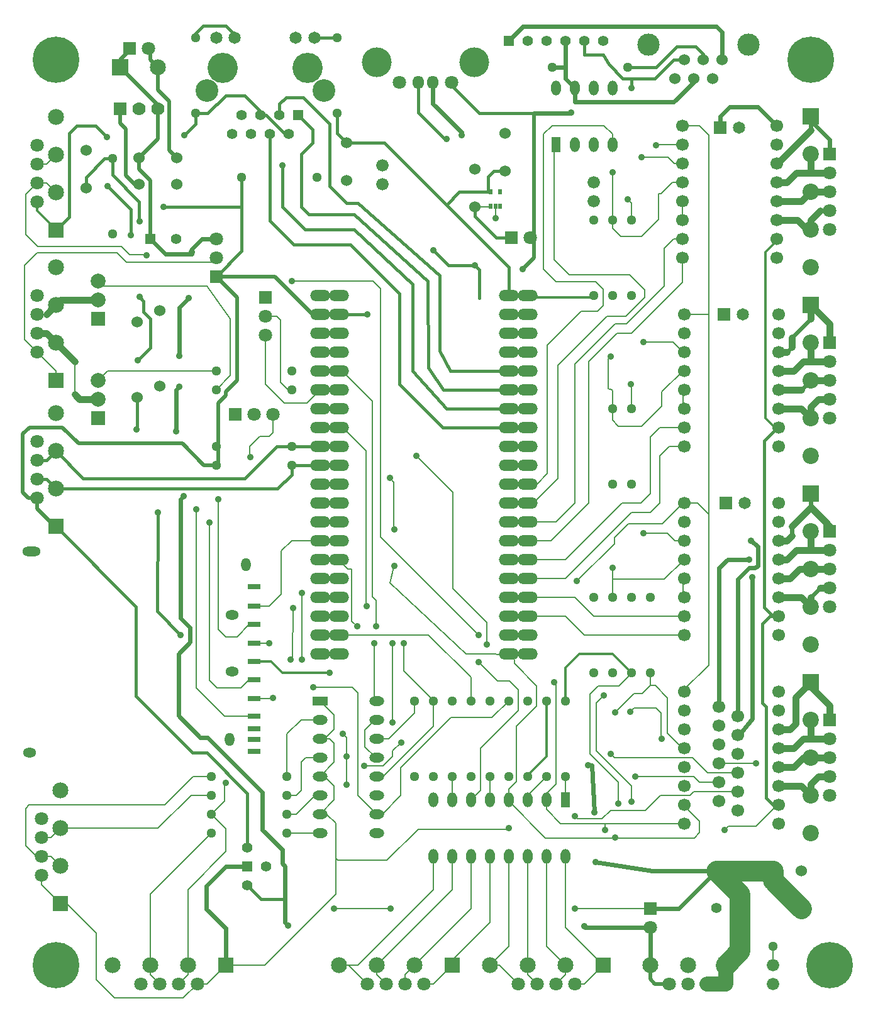
<source format=gtl>
G04 (created by PCBNEW-RS274X (2012-02-06 BZR 3180)-stable) date Fri 05 Oct 2012 08:43:45 AM CEST*
G01*
G70*
G90*
%MOIN*%
G04 Gerber Fmt 3.4, Leading zero omitted, Abs format*
%FSLAX34Y34*%
G04 APERTURE LIST*
%ADD10C,0.006000*%
%ADD11R,0.084600X0.084600*%
%ADD12C,0.084600*%
%ADD13C,0.070900*%
%ADD14R,0.051200X0.078700*%
%ADD15O,0.051200X0.078700*%
%ADD16C,0.246100*%
%ADD17C,0.051200*%
%ADD18C,0.070000*%
%ADD19R,0.070000X0.070000*%
%ADD20R,0.078700X0.051200*%
%ADD21O,0.078700X0.051200*%
%ADD22R,0.086600X0.086600*%
%ADD23R,0.070900X0.070900*%
%ADD24C,0.086600*%
%ADD25O,0.106300X0.059100*%
%ADD26C,0.160000*%
%ADD27R,0.055000X0.055000*%
%ADD28C,0.055000*%
%ADD29C,0.120000*%
%ADD30C,0.065000*%
%ADD31C,0.060000*%
%ADD32C,0.066000*%
%ADD33C,0.078700*%
%ADD34R,0.074800X0.074800*%
%ADD35R,0.068900X0.027600*%
%ADD36O,0.050900X0.070400*%
%ADD37O,0.070400X0.050900*%
%ADD38O,0.097800X0.050900*%
%ADD39O,0.059100X0.070900*%
%ADD40C,0.157500*%
%ADD41C,0.066900*%
%ADD42C,0.118100*%
%ADD43R,0.019700X0.031500*%
%ADD44R,0.065000X0.065000*%
%ADD45C,0.035000*%
%ADD46C,0.015700*%
%ADD47C,0.013800*%
%ADD48C,0.008000*%
%ADD49C,0.019700*%
%ADD50C,0.023600*%
%ADD51C,0.035000*%
%ADD52C,0.079900*%
%ADD53C,0.109800*%
G04 APERTURE END LIST*
G54D10*
G54D11*
X49500Y-64000D03*
G54D12*
X47500Y-64000D03*
G54D13*
X48500Y-65000D03*
X47500Y-65000D03*
X46500Y-65000D03*
G54D12*
X45500Y-64000D03*
G54D14*
X40500Y-20500D03*
G54D15*
X41500Y-20500D03*
X42500Y-20500D03*
X43500Y-20500D03*
X43500Y-17500D03*
X42500Y-17500D03*
X41500Y-17500D03*
X40500Y-17500D03*
G54D16*
X14000Y-16000D03*
X54000Y-16000D03*
X14000Y-64000D03*
X55000Y-64000D03*
G54D17*
X26250Y-57000D03*
X22250Y-57000D03*
X41000Y-54000D03*
X41000Y-50000D03*
X40000Y-54000D03*
X40000Y-50000D03*
X23850Y-22250D03*
X27850Y-22250D03*
X26250Y-56000D03*
X22250Y-56000D03*
X37000Y-54000D03*
X37000Y-50000D03*
X45500Y-44500D03*
X45500Y-48500D03*
X35000Y-54000D03*
X35000Y-50000D03*
X33000Y-54000D03*
X33000Y-50000D03*
X42500Y-48500D03*
X42500Y-44500D03*
X34000Y-54000D03*
X34000Y-50000D03*
X38000Y-54000D03*
X38000Y-50000D03*
X26500Y-33500D03*
X22500Y-33500D03*
X43500Y-48500D03*
X43500Y-44500D03*
X26500Y-32500D03*
X22500Y-32500D03*
X44500Y-44500D03*
X44500Y-48500D03*
X43500Y-38500D03*
X43500Y-34500D03*
X17000Y-25250D03*
X17000Y-21250D03*
X44500Y-34500D03*
X44500Y-38500D03*
X36000Y-50000D03*
X36000Y-54000D03*
X43500Y-28500D03*
X43500Y-24500D03*
X26500Y-37500D03*
X22500Y-37500D03*
X26500Y-36500D03*
X22500Y-36500D03*
X44500Y-24500D03*
X44500Y-28500D03*
X52000Y-63000D03*
X52000Y-59000D03*
X42500Y-24500D03*
X42500Y-28500D03*
X21400Y-18850D03*
X21400Y-14850D03*
X28900Y-18850D03*
X28900Y-14850D03*
X44300Y-16400D03*
X40300Y-16400D03*
X39000Y-54000D03*
X39000Y-50000D03*
X26250Y-54000D03*
X22250Y-54000D03*
X26250Y-55000D03*
X22250Y-55000D03*
G54D18*
X19400Y-18600D03*
X18400Y-18600D03*
G54D19*
X17400Y-18600D03*
G54D11*
X14000Y-25050D03*
G54D12*
X14000Y-23050D03*
X14000Y-21050D03*
X14000Y-19050D03*
G54D13*
X13000Y-23550D03*
X13000Y-22550D03*
X13000Y-21550D03*
X13000Y-20550D03*
G54D14*
X41000Y-55250D03*
G54D15*
X40000Y-55250D03*
X39000Y-55250D03*
X38000Y-55250D03*
X37000Y-55250D03*
X36000Y-55250D03*
X35000Y-55250D03*
X34000Y-55250D03*
X34000Y-58250D03*
X35000Y-58250D03*
X36000Y-58250D03*
X37000Y-58250D03*
X38000Y-58250D03*
X39000Y-58250D03*
X40000Y-58250D03*
X41000Y-58250D03*
G54D20*
X28000Y-50000D03*
G54D21*
X28000Y-51000D03*
X28000Y-52000D03*
X28000Y-53000D03*
X28000Y-54000D03*
X28000Y-55000D03*
X28000Y-56000D03*
X28000Y-57000D03*
X31000Y-57000D03*
X31000Y-56000D03*
X31000Y-55000D03*
X31000Y-54000D03*
X31000Y-53000D03*
X31000Y-52000D03*
X31000Y-51000D03*
X31000Y-50000D03*
G54D22*
X17400Y-16400D03*
G54D12*
X19400Y-16400D03*
G54D23*
X17900Y-15400D03*
G54D13*
X18900Y-15400D03*
G54D11*
X14000Y-33000D03*
G54D12*
X14000Y-31000D03*
X14000Y-29000D03*
X14000Y-27000D03*
G54D13*
X13000Y-31500D03*
X13000Y-30500D03*
X13000Y-29500D03*
X13000Y-28500D03*
G54D11*
X14250Y-60750D03*
G54D12*
X14250Y-58750D03*
X14250Y-56750D03*
X14250Y-54750D03*
G54D13*
X13250Y-59250D03*
X13250Y-58250D03*
X13250Y-57250D03*
X13250Y-56250D03*
G54D11*
X23000Y-64000D03*
G54D12*
X21000Y-64000D03*
X19000Y-64000D03*
X17000Y-64000D03*
G54D13*
X21500Y-65000D03*
X20500Y-65000D03*
X19500Y-65000D03*
X18500Y-65000D03*
G54D11*
X43000Y-64000D03*
G54D12*
X41000Y-64000D03*
X39000Y-64000D03*
X37000Y-64000D03*
G54D13*
X41500Y-65000D03*
X40500Y-65000D03*
X39500Y-65000D03*
X38500Y-65000D03*
G54D11*
X14000Y-40750D03*
G54D12*
X14000Y-38750D03*
X14000Y-36750D03*
X14000Y-34750D03*
G54D13*
X13000Y-39250D03*
X13000Y-38250D03*
X13000Y-37250D03*
X13000Y-36250D03*
G54D11*
X35000Y-64000D03*
G54D12*
X33000Y-64000D03*
X31000Y-64000D03*
X29000Y-64000D03*
G54D13*
X33500Y-65000D03*
X32500Y-65000D03*
X31500Y-65000D03*
X30500Y-65000D03*
G54D22*
X54000Y-49000D03*
G54D24*
X54000Y-51000D03*
X54000Y-53000D03*
X54000Y-55000D03*
G54D23*
X55000Y-51000D03*
G54D13*
X55000Y-52000D03*
X55000Y-53000D03*
X55000Y-54000D03*
G54D24*
X54000Y-57000D03*
G54D13*
X55000Y-55000D03*
G54D22*
X54000Y-39000D03*
G54D24*
X54000Y-41000D03*
X54000Y-43000D03*
X54000Y-45000D03*
G54D23*
X55000Y-41000D03*
G54D13*
X55000Y-42000D03*
X55000Y-43000D03*
X55000Y-44000D03*
G54D24*
X54000Y-47000D03*
G54D13*
X55000Y-45000D03*
G54D22*
X54000Y-19000D03*
G54D24*
X54000Y-21000D03*
X54000Y-23000D03*
X54000Y-25000D03*
G54D23*
X55000Y-21000D03*
G54D13*
X55000Y-22000D03*
X55000Y-23000D03*
X55000Y-24000D03*
G54D24*
X54000Y-27000D03*
G54D13*
X55000Y-25000D03*
G54D22*
X54000Y-29000D03*
G54D24*
X54000Y-31000D03*
X54000Y-33000D03*
X54000Y-35000D03*
G54D23*
X55000Y-31000D03*
G54D13*
X55000Y-32000D03*
X55000Y-33000D03*
X55000Y-34000D03*
G54D24*
X54000Y-37000D03*
G54D13*
X55000Y-35000D03*
G54D25*
X39000Y-28500D03*
X39000Y-29500D03*
X39000Y-30500D03*
X39000Y-31500D03*
X39000Y-32500D03*
X39000Y-33500D03*
X39000Y-34500D03*
X39000Y-35500D03*
X39000Y-36500D03*
X39000Y-37500D03*
X39000Y-38500D03*
X39000Y-39500D03*
X39000Y-40500D03*
X39000Y-41500D03*
X39000Y-42500D03*
X39000Y-43500D03*
X39000Y-44500D03*
X39000Y-45500D03*
X39000Y-46500D03*
X39000Y-47500D03*
X28000Y-47500D03*
X28000Y-46500D03*
X28000Y-45500D03*
X28000Y-44500D03*
X28000Y-43500D03*
X28000Y-42500D03*
X28000Y-41500D03*
X28000Y-40500D03*
X28000Y-39500D03*
X28000Y-38500D03*
X28000Y-37500D03*
X28000Y-36500D03*
X28000Y-35500D03*
X28000Y-34500D03*
X28000Y-33500D03*
X28000Y-32500D03*
X28000Y-31500D03*
X28000Y-30500D03*
X28000Y-29500D03*
X28000Y-28500D03*
X29000Y-28500D03*
X29000Y-29500D03*
X29000Y-30500D03*
X29000Y-31500D03*
X29000Y-32500D03*
X29000Y-33500D03*
X29000Y-34500D03*
X29000Y-35500D03*
X29000Y-36500D03*
X29000Y-37500D03*
X29000Y-38500D03*
X29000Y-39500D03*
X29000Y-40500D03*
X29000Y-41500D03*
X29000Y-42500D03*
X29000Y-43500D03*
X29000Y-44500D03*
X29000Y-45500D03*
X29000Y-46500D03*
X29000Y-47500D03*
X38000Y-47500D03*
X38000Y-46500D03*
X38000Y-45500D03*
X38000Y-44500D03*
X38000Y-43500D03*
X38000Y-42500D03*
X38000Y-41500D03*
X38000Y-40500D03*
X38000Y-39500D03*
X38000Y-38500D03*
X38000Y-37500D03*
X38000Y-36500D03*
X38000Y-35500D03*
X38000Y-34500D03*
X38000Y-33500D03*
X38000Y-32500D03*
X38000Y-31500D03*
X38000Y-30500D03*
X38000Y-29500D03*
X38000Y-28500D03*
G54D23*
X22500Y-27500D03*
G54D13*
X22500Y-26500D03*
X22500Y-25500D03*
G54D26*
X22850Y-16450D03*
X27350Y-16450D03*
G54D27*
X26850Y-18950D03*
G54D28*
X26350Y-19950D03*
X25850Y-18950D03*
X25350Y-19950D03*
X24850Y-18950D03*
X24350Y-19950D03*
X23850Y-18950D03*
X23350Y-19950D03*
G54D29*
X28200Y-17650D03*
X22000Y-17650D03*
G54D30*
X27700Y-14850D03*
X26710Y-14850D03*
X23490Y-14850D03*
X22500Y-14850D03*
G54D31*
X53500Y-59000D03*
X53500Y-61000D03*
X15600Y-22800D03*
X15600Y-20800D03*
X29400Y-22400D03*
X29400Y-20400D03*
X20400Y-21200D03*
X18400Y-21200D03*
X20400Y-22600D03*
X18400Y-22600D03*
G54D32*
X42500Y-23500D03*
X42500Y-22500D03*
X31300Y-22600D03*
X31300Y-21600D03*
G54D27*
X49000Y-59000D03*
G54D28*
X49000Y-60969D03*
G54D27*
X19000Y-25500D03*
G54D28*
X20378Y-25500D03*
G54D33*
X16250Y-33000D03*
X16250Y-34000D03*
G54D34*
X16250Y-35000D03*
G54D33*
X16250Y-27750D03*
X16250Y-28750D03*
G54D34*
X16250Y-29750D03*
G54D23*
X45500Y-61000D03*
G54D13*
X45500Y-62000D03*
G54D23*
X23500Y-34800D03*
G54D13*
X24500Y-34800D03*
X25500Y-34800D03*
G54D23*
X25100Y-28600D03*
G54D13*
X25100Y-29600D03*
X25100Y-30600D03*
G54D35*
X24500Y-44978D03*
X24500Y-45957D03*
X24500Y-46935D03*
X24500Y-47913D03*
X24500Y-48890D03*
X24500Y-49869D03*
X24500Y-50818D03*
X24500Y-51483D03*
X24500Y-43963D03*
X24500Y-52050D03*
X24500Y-52676D03*
G54D36*
X24081Y-42770D03*
G54D37*
X23364Y-45443D03*
X23364Y-48463D03*
X12616Y-52758D03*
G54D36*
X23222Y-52053D03*
G54D38*
X12719Y-42085D03*
G54D39*
X33205Y-17220D03*
X33995Y-17220D03*
G54D13*
X32225Y-17220D03*
G54D40*
X31015Y-16150D03*
X36185Y-16150D03*
G54D13*
X34975Y-17220D03*
G54D32*
X52000Y-64000D03*
X52000Y-65000D03*
G54D31*
X19520Y-33300D03*
X19520Y-29300D03*
X18315Y-33900D03*
X18315Y-29900D03*
G54D27*
X24155Y-58765D03*
G54D28*
X24155Y-57765D03*
X24155Y-59765D03*
X25155Y-58765D03*
G54D41*
X50150Y-55800D03*
X49150Y-55300D03*
X50150Y-54800D03*
X49150Y-54300D03*
X50150Y-53800D03*
X49150Y-53300D03*
X50150Y-52800D03*
X49150Y-52300D03*
X50150Y-51800D03*
X49150Y-51300D03*
X50150Y-50800D03*
X49150Y-50300D03*
X47200Y-19500D03*
X47200Y-20500D03*
X47200Y-21500D03*
X47200Y-22500D03*
X47200Y-23500D03*
X47200Y-24500D03*
X47200Y-25500D03*
X47200Y-26500D03*
X52200Y-26500D03*
X52200Y-25500D03*
X52200Y-24500D03*
X52200Y-23500D03*
X52200Y-22500D03*
X52200Y-21500D03*
X52200Y-20500D03*
X52200Y-19500D03*
X47300Y-29500D03*
X47300Y-30500D03*
X47300Y-31500D03*
X47300Y-32500D03*
X47300Y-33500D03*
X47300Y-34500D03*
X47300Y-35500D03*
X47300Y-36500D03*
X52300Y-36500D03*
X52300Y-35500D03*
X52300Y-34500D03*
X52300Y-33500D03*
X52300Y-32500D03*
X52300Y-31500D03*
X52300Y-30500D03*
X52300Y-29500D03*
X47300Y-39500D03*
X47300Y-40500D03*
X47300Y-41500D03*
X47300Y-42500D03*
X47300Y-43500D03*
X47300Y-44500D03*
X47300Y-45500D03*
X47300Y-46500D03*
X52300Y-46500D03*
X52300Y-45500D03*
X52300Y-44500D03*
X52300Y-43500D03*
X52300Y-42500D03*
X52300Y-41500D03*
X52300Y-40500D03*
X52300Y-39500D03*
X47300Y-49500D03*
X47300Y-50500D03*
X47300Y-51500D03*
X47300Y-52500D03*
X47300Y-53500D03*
X47300Y-54500D03*
X47300Y-55500D03*
X47300Y-56500D03*
X52300Y-56500D03*
X52300Y-55500D03*
X52300Y-54500D03*
X52300Y-53500D03*
X52300Y-52500D03*
X52300Y-51500D03*
X52300Y-50500D03*
X52300Y-49500D03*
G54D23*
X38150Y-25450D03*
G54D13*
X39150Y-25450D03*
G54D31*
X47800Y-17000D03*
X48800Y-17000D03*
X46800Y-17000D03*
X49300Y-16000D03*
X48300Y-16000D03*
X47300Y-16000D03*
G54D42*
X45400Y-15200D03*
X50700Y-15200D03*
G54D27*
X38000Y-15000D03*
G54D28*
X39000Y-15000D03*
X40000Y-15000D03*
X41000Y-15000D03*
X42000Y-15000D03*
X43000Y-15000D03*
G54D43*
X37044Y-23794D03*
X37556Y-23794D03*
X37300Y-23794D03*
X37556Y-23006D03*
X37044Y-23006D03*
G54D31*
X36200Y-23800D03*
X36200Y-21800D03*
X37800Y-21900D03*
X37800Y-19900D03*
G54D44*
X49200Y-19600D03*
G54D30*
X50200Y-19600D03*
G54D44*
X49400Y-29500D03*
G54D30*
X50400Y-29500D03*
G54D44*
X49500Y-39500D03*
G54D30*
X50500Y-39500D03*
G54D45*
X43800Y-55450D03*
X28500Y-48500D03*
X20800Y-20000D03*
X49450Y-56850D03*
X16700Y-20100D03*
X19700Y-23800D03*
X30500Y-29500D03*
X36200Y-26900D03*
X34000Y-26100D03*
X44500Y-17500D03*
X38750Y-27100D03*
X41325Y-18825D03*
X37300Y-24400D03*
X51100Y-53300D03*
X29400Y-54450D03*
X25300Y-46950D03*
X29200Y-51750D03*
X29400Y-52950D03*
X25500Y-49850D03*
X35500Y-20000D03*
X26500Y-27750D03*
X36400Y-47950D03*
X36400Y-46500D03*
X44300Y-23410D03*
X43520Y-21990D03*
X45040Y-21170D03*
X45825Y-20550D03*
X23000Y-54350D03*
X43400Y-52800D03*
X30350Y-53450D03*
X32300Y-52200D03*
X43100Y-56850D03*
X33100Y-37000D03*
X40400Y-49000D03*
X36850Y-47000D03*
X31950Y-42850D03*
X43650Y-57250D03*
X31700Y-38175D03*
X24325Y-37075D03*
X31950Y-40925D03*
X27048Y-47824D03*
X27048Y-44296D03*
X44700Y-54000D03*
X17985Y-25315D03*
X16760Y-22725D03*
X18825Y-26375D03*
X22146Y-40551D03*
X22600Y-39300D03*
X21457Y-39862D03*
X26575Y-45075D03*
X27636Y-49294D03*
X26460Y-47824D03*
X26000Y-21600D03*
X50850Y-41500D03*
X43500Y-42930D03*
X45140Y-30970D03*
X44490Y-33210D03*
X45135Y-41100D03*
X34700Y-20200D03*
X44500Y-55350D03*
X43050Y-49700D03*
X41620Y-43660D03*
X46110Y-52010D03*
X44440Y-50580D03*
X30870Y-46942D03*
X29988Y-46060D03*
X30968Y-46060D03*
X31850Y-51156D03*
X31850Y-46942D03*
X50750Y-42500D03*
X38000Y-56750D03*
X41500Y-56100D03*
X50900Y-43450D03*
X43650Y-50600D03*
X32438Y-46942D03*
X30478Y-44982D03*
X18280Y-35605D03*
X19400Y-40000D03*
X20630Y-46505D03*
X18435Y-28580D03*
X18360Y-31950D03*
X18450Y-24585D03*
X43420Y-31750D03*
X20395Y-35705D03*
X20545Y-33355D03*
X20545Y-31705D03*
X21055Y-28645D03*
X20795Y-39155D03*
X21200Y-26225D03*
X26320Y-61915D03*
X42000Y-61950D03*
X42600Y-58550D03*
X42200Y-53400D03*
X42550Y-55900D03*
X41500Y-61000D03*
X31750Y-61000D03*
X28750Y-61000D03*
G54D46*
X37044Y-23006D02*
X36900Y-23006D01*
X35394Y-23006D02*
X34700Y-23700D01*
X14700Y-24350D02*
X14000Y-25050D01*
G54D47*
X52200Y-25600D02*
X52200Y-25500D01*
X39000Y-53950D02*
X40000Y-52950D01*
G54D46*
X24850Y-18750D02*
X24850Y-18950D01*
G54D47*
X51600Y-26200D02*
X52200Y-25600D01*
G54D46*
X24000Y-17900D02*
X24850Y-18750D01*
G54D48*
X51100Y-56650D02*
X52250Y-55500D01*
G54D46*
X51450Y-45900D02*
X51850Y-45500D01*
X23000Y-17900D02*
X24000Y-17900D01*
G54D47*
X44500Y-48500D02*
X43500Y-47500D01*
X39000Y-28500D02*
X39000Y-28600D01*
G54D46*
X16100Y-19500D02*
X15100Y-19500D01*
X52250Y-45500D02*
X52000Y-45500D01*
G54D47*
X14000Y-25000D02*
X13000Y-24000D01*
G54D46*
X15100Y-19500D02*
X14700Y-19900D01*
X34700Y-23700D02*
X33150Y-22150D01*
X36900Y-23006D02*
X35394Y-23006D01*
G54D47*
X43500Y-47500D02*
X41750Y-47500D01*
X52250Y-35500D02*
X52200Y-35600D01*
G54D46*
X28900Y-19900D02*
X29400Y-20400D01*
G54D48*
X42300Y-52800D02*
X43800Y-54300D01*
G54D46*
X52250Y-55500D02*
X52000Y-55500D01*
X51850Y-45500D02*
X52250Y-45500D01*
X21400Y-18850D02*
X22050Y-18850D01*
G54D47*
X41000Y-48250D02*
X41000Y-50000D01*
X51600Y-35000D02*
X51600Y-26200D01*
G54D46*
X38000Y-27000D02*
X34700Y-23700D01*
G54D48*
X49450Y-56850D02*
X49650Y-56650D01*
G54D47*
X42600Y-28600D02*
X42500Y-28500D01*
X52200Y-35600D02*
X51600Y-35000D01*
G54D46*
X51450Y-50100D02*
X51450Y-45900D01*
G54D48*
X44500Y-48550D02*
X43850Y-49200D01*
G54D46*
X24850Y-18950D02*
X25150Y-18950D01*
X52000Y-55500D02*
X51650Y-55150D01*
G54D48*
X44500Y-48500D02*
X44500Y-48550D01*
G54D46*
X33150Y-22150D02*
X31400Y-20400D01*
G54D47*
X14000Y-25050D02*
X14000Y-25000D01*
X41750Y-47500D02*
X41000Y-48250D01*
G54D46*
X28900Y-18850D02*
X28900Y-19900D01*
X51550Y-36200D02*
X52250Y-35500D01*
X25150Y-18950D02*
X26150Y-19950D01*
G54D48*
X42300Y-49650D02*
X42300Y-52800D01*
G54D46*
X36900Y-23006D02*
X36900Y-22200D01*
X37200Y-21900D02*
X37800Y-21900D01*
X36900Y-22200D02*
X37200Y-21900D01*
X51650Y-50300D02*
X51450Y-50100D01*
X52000Y-45500D02*
X51550Y-45050D01*
X38000Y-28500D02*
X38000Y-27000D01*
X22050Y-18850D02*
X23000Y-17900D01*
X14700Y-19900D02*
X14700Y-24350D01*
X21400Y-19400D02*
X20800Y-20000D01*
G54D48*
X43800Y-54300D02*
X43800Y-55450D01*
G54D47*
X39000Y-54000D02*
X39000Y-53950D01*
X40000Y-52950D02*
X40000Y-50000D01*
G54D46*
X51650Y-55150D02*
X51650Y-50300D01*
G54D47*
X39000Y-28600D02*
X42600Y-28600D01*
G54D46*
X21400Y-18850D02*
X21400Y-19400D01*
X31400Y-20400D02*
X29400Y-20400D01*
G54D48*
X42750Y-49200D02*
X42300Y-49650D01*
G54D46*
X26150Y-19950D02*
X26350Y-19950D01*
G54D47*
X13000Y-24000D02*
X13000Y-23550D01*
G54D48*
X49650Y-56650D02*
X51100Y-56650D01*
G54D47*
X26000Y-48500D02*
X25413Y-47913D01*
G54D48*
X43850Y-49200D02*
X42750Y-49200D01*
G54D46*
X16700Y-20100D02*
X16100Y-19500D01*
X51550Y-45050D02*
X51550Y-36200D01*
G54D47*
X28500Y-48500D02*
X26000Y-48500D01*
X25413Y-47913D02*
X24500Y-47913D01*
G54D46*
X36450Y-28650D02*
X36450Y-27150D01*
G54D49*
X14350Y-35500D02*
X12600Y-35500D01*
X22600Y-36600D02*
X22500Y-36500D01*
X17717Y-22146D02*
X17717Y-19686D01*
G54D50*
X41325Y-18825D02*
X41310Y-18840D01*
G54D46*
X39350Y-25700D02*
X39150Y-25450D01*
G54D49*
X13000Y-39800D02*
X13000Y-39250D01*
X17400Y-19369D02*
X17400Y-18600D01*
X14000Y-40750D02*
X14000Y-40800D01*
X27600Y-29500D02*
X28000Y-29500D01*
G54D46*
X18250Y-45000D02*
X14000Y-40750D01*
X34800Y-26900D02*
X36200Y-26900D01*
X39350Y-25950D02*
X39350Y-25650D01*
G54D49*
X38750Y-27100D02*
X39350Y-26500D01*
G54D46*
X29000Y-29500D02*
X29700Y-29500D01*
X29700Y-29500D02*
X30500Y-29500D01*
G54D49*
X17717Y-19686D02*
X17400Y-19369D01*
G54D46*
X36440Y-18840D02*
X39350Y-18840D01*
G54D49*
X12550Y-39250D02*
X13000Y-39250D01*
G54D46*
X34000Y-26100D02*
X34800Y-26900D01*
G54D49*
X23000Y-33800D02*
X22600Y-34200D01*
X22600Y-34200D02*
X22600Y-36600D01*
X12250Y-38950D02*
X12550Y-39250D01*
G54D46*
X23850Y-22250D02*
X23850Y-23800D01*
X34975Y-17220D02*
X34975Y-17375D01*
X23800Y-23800D02*
X23850Y-23800D01*
X23850Y-23800D02*
X23800Y-23800D01*
G54D49*
X18400Y-22600D02*
X18171Y-22600D01*
X23000Y-33600D02*
X23000Y-33800D01*
G54D46*
X23850Y-26150D02*
X22500Y-27500D01*
X39350Y-25650D02*
X39150Y-25450D01*
X39150Y-25450D02*
X39150Y-25500D01*
G54D49*
X12250Y-35850D02*
X12250Y-38950D01*
X15200Y-36350D02*
X14350Y-35500D01*
X20700Y-36350D02*
X15200Y-36350D01*
X18171Y-22600D02*
X17717Y-22146D01*
G54D46*
X21250Y-52750D02*
X18250Y-49750D01*
G54D49*
X22500Y-37500D02*
X21850Y-37500D01*
X22500Y-37500D02*
X22600Y-37600D01*
X23600Y-33000D02*
X23000Y-33600D01*
G54D46*
X24155Y-54905D02*
X22000Y-52750D01*
X24155Y-57765D02*
X24155Y-54905D01*
X19700Y-23800D02*
X23850Y-23800D01*
X22000Y-52750D02*
X21250Y-52750D01*
G54D49*
X22500Y-27500D02*
X25600Y-27500D01*
G54D46*
X43000Y-15750D02*
X42000Y-15750D01*
X43300Y-16250D02*
X43000Y-15750D01*
X44050Y-17000D02*
X43300Y-16250D01*
X44500Y-17000D02*
X44050Y-17000D01*
X42000Y-15750D02*
X42000Y-15000D01*
X45750Y-17000D02*
X44500Y-17000D01*
X46750Y-16000D02*
X45750Y-17000D01*
X47300Y-16000D02*
X46750Y-16000D01*
X44500Y-17500D02*
X44500Y-17000D01*
G54D49*
X12600Y-35500D02*
X12250Y-35850D01*
X23600Y-28600D02*
X23600Y-33000D01*
G54D46*
X18250Y-49750D02*
X18250Y-45000D01*
X23850Y-23800D02*
X23850Y-26150D01*
G54D49*
X22500Y-27500D02*
X23600Y-28600D01*
X39350Y-26500D02*
X39350Y-25950D01*
G54D46*
X36450Y-27150D02*
X36200Y-26900D01*
G54D49*
X22600Y-37600D02*
X22600Y-36600D01*
X21850Y-37500D02*
X20700Y-36350D01*
G54D50*
X41310Y-18840D02*
X39350Y-18840D01*
G54D49*
X25600Y-27500D02*
X27600Y-29500D01*
G54D46*
X34975Y-17375D02*
X36440Y-18840D01*
X39150Y-25500D02*
X39350Y-25700D01*
G54D49*
X14000Y-40800D02*
X13000Y-39800D01*
X39350Y-25950D02*
X39350Y-18840D01*
G54D48*
X37300Y-23794D02*
X37300Y-24400D01*
X25450Y-49800D02*
X25500Y-49850D01*
G54D49*
X20400Y-21200D02*
X20000Y-20800D01*
G54D48*
X29400Y-52950D02*
X29400Y-54450D01*
G54D49*
X19000Y-16000D02*
X19000Y-15400D01*
G54D48*
X25285Y-46935D02*
X25300Y-46950D01*
X29400Y-52950D02*
X29400Y-51950D01*
X49150Y-53300D02*
X51100Y-53300D01*
X29400Y-51950D02*
X29200Y-51750D01*
X31000Y-51000D02*
X30968Y-50960D01*
G54D49*
X20000Y-20800D02*
X20000Y-18200D01*
G54D48*
X24500Y-46935D02*
X25285Y-46935D01*
X24500Y-49869D02*
X25381Y-49869D01*
X30380Y-52430D02*
X30968Y-53018D01*
G54D49*
X19400Y-16400D02*
X19000Y-16000D01*
X20000Y-18200D02*
X19400Y-17600D01*
G54D48*
X30968Y-50960D02*
X30380Y-51548D01*
G54D49*
X19400Y-17600D02*
X19400Y-16400D01*
G54D48*
X30380Y-51548D02*
X30380Y-52430D01*
X30968Y-53018D02*
X31000Y-53000D01*
X25381Y-49869D02*
X25450Y-49800D01*
G54D49*
X19000Y-15400D02*
X18900Y-15400D01*
G54D48*
X46000Y-37000D02*
X46000Y-39500D01*
X44500Y-40000D02*
X41000Y-43500D01*
X41000Y-43500D02*
X38000Y-43500D01*
X45500Y-40000D02*
X44500Y-40000D01*
X47250Y-36500D02*
X46500Y-36500D01*
X46000Y-39500D02*
X45500Y-40000D01*
X46500Y-36500D02*
X46000Y-37000D01*
X39000Y-45500D02*
X41000Y-45500D01*
X38000Y-45500D02*
X39000Y-45500D01*
X41000Y-45500D02*
X42000Y-46500D01*
X42000Y-46500D02*
X47250Y-46500D01*
G54D50*
X35500Y-19850D02*
X33995Y-18345D01*
X33995Y-18345D02*
X33995Y-17220D01*
X35500Y-20000D02*
X35500Y-19850D01*
G54D48*
X36500Y-54750D02*
X36000Y-55250D01*
X36500Y-52500D02*
X36500Y-54750D01*
X38500Y-50500D02*
X36500Y-52500D01*
X38500Y-49400D02*
X38500Y-50500D01*
X38050Y-48950D02*
X38500Y-49400D01*
X31200Y-41300D02*
X36400Y-46500D01*
X30800Y-27750D02*
X26500Y-27750D01*
X36400Y-47950D02*
X37400Y-48950D01*
X39000Y-46500D02*
X38000Y-46500D01*
X31200Y-28150D02*
X30800Y-27750D01*
X37400Y-48950D02*
X38050Y-48950D01*
X31200Y-28150D02*
X31200Y-41300D01*
X44500Y-24500D02*
X44500Y-23610D01*
X44500Y-23610D02*
X44300Y-23410D01*
X43950Y-25395D02*
X43500Y-24945D01*
X45060Y-25395D02*
X43950Y-25395D01*
X43500Y-24500D02*
X43500Y-22010D01*
X46680Y-22500D02*
X46080Y-23100D01*
X45960Y-23100D02*
X45960Y-24495D01*
X43500Y-24945D02*
X43500Y-24500D01*
X46080Y-23100D02*
X45960Y-23100D01*
X47200Y-22500D02*
X46680Y-22500D01*
X45960Y-24495D02*
X45060Y-25395D01*
X43500Y-22010D02*
X43520Y-21990D01*
X52000Y-63000D02*
X52000Y-64000D01*
G54D51*
X53000Y-31250D02*
X53000Y-30750D01*
X54000Y-29750D02*
X54000Y-29000D01*
G54D50*
X53000Y-30750D02*
X54000Y-29750D01*
G54D51*
X52250Y-31500D02*
X52750Y-31500D01*
X55000Y-30000D02*
X55000Y-31000D01*
X54000Y-29000D02*
X55000Y-30000D01*
G54D50*
X52750Y-31500D02*
X53000Y-31250D01*
G54D48*
X47250Y-34500D02*
X47250Y-33500D01*
X47200Y-21500D02*
X46770Y-21500D01*
X46440Y-21170D02*
X45040Y-21170D01*
X46770Y-21500D02*
X46440Y-21170D01*
X45855Y-20550D02*
X45825Y-20550D01*
X47200Y-20500D02*
X45905Y-20500D01*
X45905Y-20500D02*
X45855Y-20550D01*
G54D50*
X55000Y-20250D02*
X55000Y-21000D01*
X54000Y-19250D02*
X55000Y-20250D01*
G54D51*
X52200Y-21500D02*
X52250Y-21500D01*
G54D50*
X54000Y-19750D02*
X54000Y-19000D01*
G54D51*
X52250Y-21500D02*
X54000Y-19750D01*
X54000Y-19000D02*
X54000Y-19250D01*
G54D48*
X28000Y-45500D02*
X29000Y-45500D01*
X23031Y-57973D02*
X23031Y-56781D01*
X50150Y-53800D02*
X48550Y-53800D01*
X47750Y-53000D02*
X43600Y-53000D01*
X21000Y-60004D02*
X23031Y-57973D01*
X22950Y-55300D02*
X22250Y-56000D01*
X21000Y-64000D02*
X21000Y-64500D01*
X23000Y-54350D02*
X22950Y-54400D01*
X31350Y-53450D02*
X30350Y-53450D01*
X31850Y-52650D02*
X31850Y-52950D01*
X32300Y-52200D02*
X31850Y-52650D01*
X48550Y-53800D02*
X47750Y-53000D01*
X22950Y-54400D02*
X22950Y-55300D01*
X23031Y-56781D02*
X22250Y-56000D01*
X43600Y-53000D02*
X43400Y-52800D01*
X31850Y-52950D02*
X31350Y-53450D01*
X21000Y-64000D02*
X21000Y-60004D01*
X21000Y-64500D02*
X20500Y-65000D01*
G54D50*
X38750Y-14250D02*
X49000Y-14250D01*
X49000Y-14250D02*
X49300Y-14550D01*
X49300Y-14550D02*
X49300Y-16000D01*
X38000Y-15000D02*
X38750Y-14250D01*
G54D46*
X36200Y-24300D02*
X36200Y-23800D01*
X38150Y-25450D02*
X37350Y-25450D01*
X37350Y-25450D02*
X36200Y-24300D01*
G54D48*
X37038Y-23800D02*
X37044Y-23794D01*
X36200Y-23800D02*
X37038Y-23800D01*
G54D50*
X40300Y-16400D02*
X41000Y-16400D01*
X41000Y-15750D02*
X41000Y-16400D01*
X41500Y-18250D02*
X41500Y-17500D01*
X46750Y-18250D02*
X41500Y-18250D01*
X41000Y-16400D02*
X41000Y-17000D01*
X47800Y-17000D02*
X47800Y-17200D01*
X41000Y-15000D02*
X41000Y-15750D01*
X41000Y-17000D02*
X41500Y-17500D01*
X47800Y-17200D02*
X46750Y-18250D01*
G54D46*
X45800Y-16400D02*
X46900Y-15300D01*
X46900Y-15300D02*
X47900Y-15300D01*
X47900Y-15300D02*
X48300Y-15700D01*
X44300Y-16400D02*
X45800Y-16400D01*
X48300Y-15700D02*
X48300Y-16000D01*
G54D48*
X47250Y-35500D02*
X46000Y-35500D01*
X45000Y-39500D02*
X44000Y-39500D01*
X41000Y-42500D02*
X38000Y-42500D01*
X46000Y-35500D02*
X45500Y-36000D01*
X44000Y-39500D02*
X41000Y-42500D01*
X45500Y-39000D02*
X45000Y-39500D01*
X45500Y-36000D02*
X45500Y-39000D01*
X16500Y-28000D02*
X22000Y-28000D01*
X23250Y-32750D02*
X23250Y-29750D01*
X22500Y-33500D02*
X23250Y-32750D01*
X16500Y-28000D02*
X16250Y-27750D01*
X22000Y-28000D02*
X23250Y-29750D01*
X13000Y-29500D02*
X13500Y-29500D01*
X14000Y-29000D02*
X14250Y-28750D01*
G54D51*
X16250Y-28750D02*
X14250Y-28750D01*
X14250Y-28750D02*
X13500Y-29500D01*
G54D48*
X13500Y-29500D02*
X14000Y-29000D01*
X12350Y-30850D02*
X13000Y-31500D01*
X14000Y-32500D02*
X13000Y-31500D01*
X14000Y-33000D02*
X14000Y-32500D01*
X12350Y-26900D02*
X12350Y-30850D01*
X17250Y-26250D02*
X13000Y-26250D01*
X13000Y-26250D02*
X12350Y-26900D01*
X17750Y-26750D02*
X17250Y-26250D01*
X22500Y-26500D02*
X22250Y-26750D01*
X22250Y-26750D02*
X17750Y-26750D01*
X16250Y-33000D02*
X16750Y-32500D01*
X16750Y-32500D02*
X22500Y-32500D01*
X25100Y-30600D02*
X25100Y-33200D01*
X40000Y-54900D02*
X40000Y-55250D01*
X29000Y-33500D02*
X28000Y-33500D01*
X26100Y-34200D02*
X27300Y-34200D01*
X40000Y-55750D02*
X40750Y-56500D01*
X27300Y-34200D02*
X28000Y-33500D01*
X40000Y-55250D02*
X40000Y-55750D01*
X35050Y-38950D02*
X35050Y-44050D01*
X47250Y-56500D02*
X43100Y-56500D01*
X25100Y-33200D02*
X26100Y-34200D01*
X43100Y-56850D02*
X43100Y-56500D01*
X33100Y-37000D02*
X35050Y-38950D01*
X40750Y-56500D02*
X47250Y-56500D01*
X36850Y-45850D02*
X36850Y-47000D01*
X35050Y-44050D02*
X36850Y-45850D01*
X40400Y-49000D02*
X40500Y-49100D01*
X40500Y-49100D02*
X40500Y-54400D01*
X40500Y-54400D02*
X40000Y-54900D01*
X25100Y-29600D02*
X25700Y-29600D01*
X25700Y-29600D02*
X25900Y-29800D01*
X26300Y-33500D02*
X26500Y-33500D01*
X25900Y-33100D02*
X26300Y-33500D01*
X25900Y-29800D02*
X25900Y-33100D01*
X38000Y-44500D02*
X41500Y-44500D01*
X41500Y-44500D02*
X42500Y-45500D01*
X42500Y-45500D02*
X47250Y-45500D01*
X29000Y-47500D02*
X28000Y-47500D01*
G54D51*
X55000Y-53000D02*
X54000Y-53000D01*
X53600Y-53000D02*
X54000Y-53000D01*
X53100Y-53500D02*
X53600Y-53000D01*
X52250Y-53500D02*
X53100Y-53500D01*
G54D48*
X39495Y-50273D02*
X38416Y-51352D01*
X36200Y-47500D02*
X35950Y-47500D01*
X38000Y-55322D02*
X39961Y-57283D01*
X31700Y-43750D02*
X31900Y-42900D01*
X38024Y-54684D02*
X38024Y-55272D01*
X25300Y-35975D02*
X25500Y-35775D01*
X38416Y-54292D02*
X38024Y-54684D01*
X48130Y-56988D02*
X48130Y-56380D01*
X38318Y-48020D02*
X39495Y-49197D01*
X31900Y-42900D02*
X31950Y-42850D01*
X38024Y-55272D02*
X38000Y-55250D01*
X38416Y-51352D02*
X38416Y-54292D01*
X24275Y-36525D02*
X24825Y-35975D01*
X43650Y-57283D02*
X47835Y-57283D01*
X48130Y-56380D02*
X47250Y-55500D01*
X24325Y-37075D02*
X24275Y-37025D01*
X43650Y-57250D02*
X43650Y-57283D01*
X47835Y-57283D02*
X48130Y-56988D01*
X36700Y-47500D02*
X36200Y-47500D01*
X39961Y-57283D02*
X43650Y-57283D01*
X25500Y-35775D02*
X25500Y-34800D01*
X38024Y-47530D02*
X38318Y-47824D01*
X35950Y-47500D02*
X35750Y-47500D01*
X36700Y-47500D02*
X38024Y-47530D01*
X31925Y-40900D02*
X31925Y-38400D01*
X38318Y-47824D02*
X38318Y-48020D01*
X39495Y-49197D02*
X39495Y-50273D01*
X35750Y-47500D02*
X31700Y-43750D01*
X38000Y-55250D02*
X38000Y-55322D01*
X31925Y-38400D02*
X31700Y-38175D01*
X24825Y-35975D02*
X25300Y-35975D01*
X24275Y-37025D02*
X24275Y-36525D01*
X31950Y-40925D02*
X31925Y-40900D01*
X28000Y-43500D02*
X29000Y-43500D01*
X31000Y-52000D02*
X31662Y-52000D01*
X31662Y-52000D02*
X33000Y-50662D01*
X27048Y-47824D02*
X27048Y-44296D01*
X33000Y-50662D02*
X33000Y-50000D01*
X28000Y-51000D02*
X27000Y-51000D01*
X27000Y-51000D02*
X26250Y-51750D01*
X26250Y-51750D02*
X26250Y-54000D01*
X19431Y-56750D02*
X21181Y-55000D01*
X21181Y-55000D02*
X22250Y-55000D01*
X14250Y-56750D02*
X19431Y-56750D01*
X13250Y-57250D02*
X13750Y-57250D01*
X13750Y-57250D02*
X14250Y-56750D01*
X19783Y-55512D02*
X21295Y-54000D01*
X12402Y-55708D02*
X12598Y-55512D01*
X12974Y-58250D02*
X12402Y-57678D01*
X13750Y-58250D02*
X14250Y-58750D01*
X13250Y-58250D02*
X12974Y-58250D01*
X12402Y-57678D02*
X12402Y-55708D01*
X12598Y-55512D02*
X19783Y-55512D01*
X21295Y-54000D02*
X22250Y-54000D01*
X13250Y-58250D02*
X13750Y-58250D01*
X19000Y-64000D02*
X19000Y-60250D01*
X49150Y-54300D02*
X48100Y-54300D01*
X47800Y-54000D02*
X44700Y-54000D01*
X19000Y-64000D02*
X19000Y-64500D01*
X48100Y-54300D02*
X47800Y-54000D01*
X19000Y-64500D02*
X19500Y-65000D01*
X19000Y-60250D02*
X22250Y-57000D01*
X39000Y-64000D02*
X39000Y-58250D01*
X39000Y-64500D02*
X39500Y-65000D01*
X39000Y-64000D02*
X39000Y-64500D01*
X40000Y-63000D02*
X41000Y-64000D01*
X41000Y-64000D02*
X41000Y-64500D01*
X41000Y-64500D02*
X40500Y-65000D01*
X40000Y-58250D02*
X40000Y-63000D01*
X35000Y-60000D02*
X35000Y-58250D01*
X31000Y-64500D02*
X31500Y-65000D01*
X31000Y-64000D02*
X31000Y-64500D01*
X31000Y-64000D02*
X35000Y-60000D01*
X13000Y-21550D02*
X13500Y-21550D01*
G54D46*
X16760Y-22725D02*
X17985Y-23950D01*
G54D48*
X13500Y-21550D02*
X14000Y-21050D01*
G54D46*
X17985Y-23950D02*
X17985Y-25315D01*
G54D48*
X12400Y-23150D02*
X13000Y-22550D01*
X18825Y-26375D02*
X18800Y-26350D01*
X17475Y-25925D02*
X13050Y-25925D01*
X13050Y-25925D02*
X12400Y-25275D01*
X17900Y-26350D02*
X17475Y-25925D01*
X12400Y-25275D02*
X12400Y-23150D01*
X18800Y-26350D02*
X17900Y-26350D01*
X13000Y-22550D02*
X13500Y-22550D01*
X13500Y-22550D02*
X14000Y-23050D01*
X41500Y-65000D02*
X42000Y-65000D01*
X41000Y-62000D02*
X43000Y-64000D01*
X42000Y-65000D02*
X43000Y-64000D01*
X41000Y-58250D02*
X41000Y-62000D01*
X37500Y-64000D02*
X38500Y-65000D01*
X38000Y-58250D02*
X38000Y-63000D01*
X38000Y-63000D02*
X37000Y-64000D01*
X37000Y-64000D02*
X37500Y-64000D01*
X33500Y-65000D02*
X34000Y-65000D01*
X35000Y-64000D02*
X35000Y-63750D01*
X35000Y-63750D02*
X37000Y-61750D01*
X37000Y-61750D02*
X37000Y-58250D01*
X34000Y-65000D02*
X35000Y-64000D01*
X32500Y-64500D02*
X33000Y-64000D01*
X33000Y-64000D02*
X36000Y-61000D01*
X36000Y-61000D02*
X36000Y-58250D01*
X32500Y-65000D02*
X32500Y-64500D01*
X29000Y-64000D02*
X29500Y-64000D01*
X30000Y-64000D02*
X34000Y-60000D01*
X29500Y-64000D02*
X30500Y-65000D01*
X34000Y-60000D02*
X34000Y-58250D01*
X29000Y-64000D02*
X30000Y-64000D01*
X35000Y-54000D02*
X35000Y-55250D01*
X37000Y-55250D02*
X37000Y-54000D01*
X39000Y-55000D02*
X40000Y-54000D01*
X39000Y-55250D02*
X39000Y-55000D01*
X41000Y-54000D02*
X41000Y-55250D01*
G54D46*
X26500Y-38000D02*
X26500Y-37500D01*
X26500Y-37500D02*
X28000Y-37500D01*
X13000Y-38250D02*
X13500Y-38250D01*
X13500Y-38250D02*
X14000Y-38750D01*
G54D48*
X28000Y-37500D02*
X29000Y-37500D01*
G54D46*
X25750Y-38750D02*
X26500Y-38000D01*
X14000Y-38750D02*
X25750Y-38750D01*
G54D48*
X22540Y-49311D02*
X22146Y-48917D01*
X23818Y-49311D02*
X22540Y-49311D01*
X22146Y-48917D02*
X22146Y-40551D01*
X24239Y-48890D02*
X23818Y-49311D01*
X28000Y-40500D02*
X29000Y-40500D01*
X24500Y-48890D02*
X24239Y-48890D01*
X24500Y-48890D02*
X24239Y-48890D01*
X23600Y-46600D02*
X23000Y-46600D01*
X22600Y-46200D02*
X22600Y-39300D01*
X28000Y-38500D02*
X29000Y-38500D01*
X24243Y-45957D02*
X23600Y-46600D01*
X23000Y-46600D02*
X22600Y-46200D01*
X24500Y-45957D02*
X24243Y-45957D01*
X25322Y-44978D02*
X25950Y-44350D01*
X26500Y-41500D02*
X28000Y-41500D01*
X24500Y-44978D02*
X25322Y-44978D01*
X25950Y-42050D02*
X26500Y-41500D01*
X25950Y-44350D02*
X25950Y-42050D01*
X28000Y-41500D02*
X29000Y-41500D01*
X21457Y-49311D02*
X21457Y-39862D01*
X24500Y-50818D02*
X22964Y-50818D01*
X22964Y-50818D02*
X21457Y-49311D01*
X28000Y-39500D02*
X29000Y-39500D01*
G54D46*
X13000Y-37250D02*
X13500Y-37250D01*
X26500Y-36500D02*
X28000Y-36500D01*
X13500Y-37250D02*
X14000Y-36750D01*
X15450Y-38200D02*
X14000Y-36750D01*
X24000Y-38200D02*
X15450Y-38200D01*
G54D48*
X28000Y-36500D02*
X29000Y-36500D01*
G54D46*
X26500Y-36500D02*
X25700Y-36500D01*
X25700Y-36500D02*
X24000Y-38200D01*
G54D48*
X29706Y-49294D02*
X30000Y-49588D01*
X34941Y-50886D02*
X37114Y-50886D01*
X31304Y-56000D02*
X32283Y-55021D01*
X26558Y-47726D02*
X26575Y-45075D01*
X37114Y-50886D02*
X38000Y-50000D01*
X27636Y-49294D02*
X29706Y-49294D01*
X26460Y-47824D02*
X26558Y-47726D01*
X30000Y-55000D02*
X31000Y-56000D01*
X32283Y-55021D02*
X32283Y-53544D01*
X31000Y-56000D02*
X31304Y-56000D01*
X32283Y-53544D02*
X34941Y-50886D01*
X28000Y-44500D02*
X29000Y-44500D01*
X30000Y-49588D02*
X30000Y-55000D01*
X26250Y-57000D02*
X28000Y-57000D01*
X28000Y-55000D02*
X27750Y-55000D01*
X27750Y-55000D02*
X26750Y-56000D01*
X26750Y-56000D02*
X26250Y-56000D01*
X26750Y-55000D02*
X26250Y-55000D01*
X27000Y-53250D02*
X27000Y-54750D01*
X28000Y-53000D02*
X27250Y-53000D01*
X27000Y-54750D02*
X26750Y-55000D01*
X27250Y-53000D02*
X27000Y-53250D01*
G54D46*
X32200Y-28400D02*
X29600Y-25800D01*
X34500Y-35500D02*
X32200Y-33200D01*
X38000Y-35500D02*
X34500Y-35500D01*
X29600Y-25800D02*
X26600Y-25800D01*
X32200Y-33200D02*
X32200Y-28400D01*
G54D48*
X39000Y-35500D02*
X38000Y-35500D01*
G54D46*
X26600Y-25800D02*
X25350Y-24550D01*
X25350Y-24550D02*
X25350Y-19950D01*
X27400Y-24200D02*
X27000Y-23800D01*
X27000Y-23800D02*
X27000Y-21000D01*
X29800Y-24200D02*
X27400Y-24200D01*
X33700Y-27750D02*
X29800Y-24200D01*
X33750Y-32350D02*
X33700Y-27750D01*
G54D48*
X39000Y-33500D02*
X38000Y-33500D01*
G54D46*
X34550Y-33500D02*
X33750Y-32350D01*
X27600Y-19700D02*
X26850Y-18950D01*
X38000Y-33500D02*
X34550Y-33500D01*
X27600Y-20400D02*
X27600Y-19700D01*
X27000Y-21000D02*
X27600Y-20400D01*
X38000Y-34500D02*
X34700Y-34500D01*
X27200Y-25000D02*
X26000Y-23800D01*
X26000Y-23800D02*
X26000Y-21600D01*
X34700Y-34500D02*
X32900Y-32500D01*
G54D48*
X39000Y-34500D02*
X38000Y-34500D01*
G54D46*
X32900Y-27900D02*
X29800Y-25000D01*
X29800Y-25000D02*
X27200Y-25000D01*
X32900Y-32500D02*
X32900Y-27900D01*
X34900Y-32500D02*
X34350Y-31450D01*
X34350Y-31450D02*
X34350Y-27450D01*
X29400Y-23600D02*
X28500Y-22700D01*
G54D48*
X39000Y-32500D02*
X38000Y-32500D01*
G54D46*
X28500Y-19400D02*
X27100Y-18000D01*
X27100Y-18000D02*
X26200Y-18000D01*
X26200Y-18000D02*
X25850Y-18350D01*
X30000Y-23600D02*
X29400Y-23600D01*
X34350Y-27450D02*
X30000Y-23600D01*
X25850Y-18350D02*
X25850Y-18950D01*
X38000Y-32500D02*
X34900Y-32500D01*
X28500Y-22700D02*
X28500Y-19400D01*
G54D50*
X53000Y-41250D02*
X53000Y-40750D01*
G54D48*
X54000Y-39000D02*
X54000Y-39500D01*
G54D50*
X51200Y-42833D02*
X51200Y-41800D01*
G54D51*
X52750Y-41500D02*
X53000Y-41250D01*
X55000Y-40750D02*
X54000Y-39750D01*
G54D50*
X50150Y-50800D02*
X50150Y-43550D01*
G54D51*
X55000Y-41000D02*
X55000Y-40750D01*
G54D50*
X54000Y-39750D02*
X54000Y-39000D01*
G54D48*
X54000Y-39500D02*
X55000Y-40500D01*
G54D51*
X52250Y-41500D02*
X52750Y-41500D01*
X53000Y-40750D02*
X54000Y-39750D01*
G54D50*
X51033Y-42950D02*
X51200Y-42833D01*
G54D48*
X55000Y-40500D02*
X55000Y-41000D01*
G54D50*
X50150Y-43550D02*
X50750Y-42950D01*
X50750Y-42950D02*
X51033Y-42950D01*
X51200Y-41800D02*
X50850Y-41500D01*
G54D51*
X52250Y-51500D02*
X52900Y-51500D01*
X53200Y-49800D02*
X54000Y-49000D01*
X52900Y-51500D02*
X53200Y-51200D01*
X54000Y-49250D02*
X55000Y-50250D01*
X54000Y-49000D02*
X54000Y-49250D01*
X55000Y-50250D02*
X55000Y-51000D01*
X53200Y-51200D02*
X53200Y-49800D01*
G54D48*
X43500Y-44500D02*
X43500Y-43560D01*
X43500Y-43560D02*
X43500Y-42930D01*
X47250Y-42500D02*
X47250Y-42570D01*
X47250Y-42570D02*
X46260Y-43560D01*
X46260Y-43560D02*
X43500Y-43560D01*
X45140Y-30970D02*
X45150Y-30980D01*
X45150Y-30980D02*
X46730Y-30980D01*
X46730Y-30980D02*
X47250Y-31500D01*
X44500Y-34500D02*
X44500Y-33220D01*
X44500Y-33220D02*
X44490Y-33210D01*
X46425Y-41100D02*
X45135Y-41100D01*
X47250Y-41500D02*
X46825Y-41500D01*
X46825Y-41500D02*
X46425Y-41100D01*
X41200Y-27400D02*
X44400Y-27400D01*
X40400Y-20600D02*
X40400Y-26600D01*
X38100Y-39600D02*
X38000Y-39500D01*
X40600Y-38200D02*
X39200Y-39600D01*
X45200Y-28600D02*
X44200Y-29600D01*
X43200Y-29600D02*
X40600Y-32200D01*
X38000Y-39500D02*
X39000Y-39500D01*
X40400Y-26600D02*
X41200Y-27400D01*
X44400Y-27400D02*
X45200Y-28200D01*
X45200Y-28200D02*
X45200Y-28600D01*
X39200Y-39600D02*
X38100Y-39600D01*
X40500Y-20500D02*
X40400Y-20600D01*
X40600Y-32200D02*
X40600Y-38200D01*
X44200Y-29600D02*
X43200Y-29600D01*
G54D46*
X27700Y-14850D02*
X28900Y-14850D01*
X23000Y-14200D02*
X23490Y-14690D01*
X21800Y-14200D02*
X23000Y-14200D01*
X23490Y-14690D02*
X23490Y-14850D01*
X21400Y-14850D02*
X21400Y-14600D01*
X21400Y-14600D02*
X21800Y-14200D01*
X34600Y-20200D02*
X34700Y-20200D01*
X33205Y-17220D02*
X33205Y-18805D01*
X33205Y-18805D02*
X34600Y-20200D01*
G54D48*
X44500Y-54500D02*
X44500Y-55350D01*
X42650Y-52650D02*
X44500Y-54500D01*
X43600Y-41360D02*
X44360Y-40600D01*
X48600Y-48100D02*
X48600Y-40300D01*
X47250Y-49450D02*
X48600Y-48100D01*
X47250Y-29500D02*
X48600Y-29500D01*
X44360Y-40600D02*
X46150Y-40600D01*
X48000Y-39500D02*
X47250Y-39500D01*
X48100Y-19500D02*
X48600Y-20000D01*
X48600Y-40100D02*
X48000Y-39500D01*
X28000Y-34500D02*
X29000Y-34500D01*
X43050Y-49700D02*
X42650Y-50100D01*
X47200Y-19500D02*
X48100Y-19500D01*
X41620Y-43660D02*
X43600Y-41680D01*
X48600Y-29500D02*
X48600Y-40300D01*
X42650Y-50100D02*
X42650Y-52650D01*
X46150Y-40600D02*
X47250Y-39500D01*
X43600Y-41680D02*
X43600Y-41360D01*
X48600Y-40300D02*
X48600Y-40100D01*
X47250Y-49500D02*
X47250Y-49450D01*
X48600Y-20000D02*
X48600Y-29500D01*
X44640Y-50380D02*
X44440Y-50580D01*
X46090Y-50645D02*
X45825Y-50380D01*
X46110Y-52010D02*
X46090Y-51990D01*
X46090Y-51990D02*
X46090Y-50645D01*
X45825Y-50380D02*
X44640Y-50380D01*
X30968Y-49980D02*
X30870Y-49882D01*
X29988Y-46060D02*
X29694Y-45766D01*
X29498Y-43022D02*
X29008Y-42532D01*
X30870Y-49882D02*
X30870Y-46942D01*
X31000Y-50000D02*
X30968Y-49980D01*
X29694Y-43022D02*
X29498Y-43022D01*
X29694Y-45766D02*
X29694Y-43022D01*
X29008Y-42532D02*
X29000Y-42500D01*
X39850Y-27100D02*
X39850Y-19950D01*
X40300Y-19500D02*
X43050Y-19500D01*
X41850Y-29350D02*
X42700Y-29350D01*
X43500Y-19950D02*
X43500Y-20500D01*
X42600Y-27782D02*
X40532Y-27782D01*
X43000Y-28182D02*
X42600Y-27782D01*
X43000Y-29050D02*
X43000Y-28182D01*
X40532Y-27782D02*
X39850Y-27100D01*
X39500Y-38500D02*
X40050Y-37950D01*
X42700Y-29350D02*
X43000Y-29050D01*
X39850Y-19950D02*
X40300Y-19500D01*
X40050Y-31150D02*
X41850Y-29350D01*
X40050Y-37950D02*
X40050Y-31150D01*
X43050Y-19500D02*
X43500Y-19950D01*
X39000Y-38500D02*
X39500Y-38500D01*
G54D51*
X54000Y-33000D02*
X55000Y-33000D01*
G54D50*
X53500Y-33500D02*
X54000Y-33000D01*
G54D51*
X52250Y-33500D02*
X53500Y-33500D01*
G54D48*
X29008Y-32536D02*
X29204Y-32536D01*
X31850Y-46942D02*
X31850Y-51156D01*
X29000Y-32500D02*
X29008Y-32536D01*
X29204Y-32536D02*
X30772Y-34104D01*
X30968Y-44664D02*
X30968Y-46060D01*
X30772Y-34104D02*
X30772Y-44468D01*
X30772Y-44468D02*
X30968Y-44664D01*
G54D51*
X54000Y-51000D02*
X54000Y-52000D01*
X53100Y-52500D02*
X52250Y-52500D01*
G54D48*
X54250Y-52000D02*
X54000Y-52000D01*
X54250Y-52000D02*
X55000Y-52000D01*
X54000Y-51750D02*
X54250Y-52000D01*
G54D51*
X54000Y-52000D02*
X55000Y-52000D01*
X53600Y-52000D02*
X53100Y-52500D01*
G54D48*
X54000Y-51000D02*
X54000Y-51750D01*
G54D51*
X54000Y-52000D02*
X53600Y-52000D01*
X52750Y-42500D02*
X53250Y-42000D01*
X54000Y-41000D02*
X54000Y-42000D01*
X52250Y-42500D02*
X52750Y-42500D01*
X53250Y-42000D02*
X54000Y-42000D01*
X54000Y-42000D02*
X55000Y-42000D01*
G54D48*
X53250Y-42000D02*
X55000Y-42000D01*
G54D50*
X49150Y-42950D02*
X49600Y-42500D01*
X49600Y-42500D02*
X50750Y-42500D01*
X49150Y-50300D02*
X49150Y-42950D01*
G54D51*
X54000Y-31000D02*
X54000Y-32000D01*
X53100Y-32500D02*
X53600Y-32000D01*
X54000Y-32000D02*
X55000Y-32000D01*
X53600Y-32000D02*
X54000Y-32000D01*
X52250Y-32500D02*
X53100Y-32500D01*
X54000Y-24500D02*
X54500Y-24000D01*
X54000Y-25000D02*
X54000Y-24500D01*
X53300Y-24500D02*
X53800Y-25000D01*
X52200Y-24500D02*
X53300Y-24500D01*
G54D50*
X54500Y-24000D02*
X55000Y-24000D01*
G54D51*
X53800Y-25000D02*
X54000Y-25000D01*
G54D48*
X40250Y-41500D02*
X38000Y-41500D01*
X47200Y-26500D02*
X47200Y-27800D01*
X42250Y-39500D02*
X40250Y-41500D01*
X42250Y-32000D02*
X42250Y-39500D01*
X47200Y-27800D02*
X44500Y-30500D01*
X44500Y-30500D02*
X43750Y-30500D01*
X43750Y-30500D02*
X42250Y-32000D01*
G54D51*
X15250Y-34000D02*
X15000Y-33750D01*
X13500Y-30500D02*
X14000Y-31000D01*
G54D48*
X15000Y-32000D02*
X15000Y-33750D01*
G54D51*
X13000Y-30500D02*
X13500Y-30500D01*
X15000Y-32000D02*
X14000Y-31000D01*
X16250Y-34000D02*
X15250Y-34000D01*
G54D48*
X43650Y-30000D02*
X41500Y-32150D01*
X44250Y-30000D02*
X43650Y-30000D01*
X46250Y-28000D02*
X44250Y-30000D01*
X46250Y-26000D02*
X46250Y-28000D01*
X46750Y-25500D02*
X46250Y-26000D01*
X41500Y-39500D02*
X40500Y-40500D01*
X40500Y-40500D02*
X38000Y-40500D01*
X41500Y-32150D02*
X41500Y-39500D01*
X47200Y-25500D02*
X46750Y-25500D01*
G54D51*
X53250Y-22000D02*
X54000Y-22000D01*
X54000Y-22000D02*
X55000Y-22000D01*
X52200Y-22500D02*
X52750Y-22500D01*
G54D48*
X53250Y-22000D02*
X55000Y-22000D01*
G54D51*
X52750Y-22500D02*
X53250Y-22000D01*
X54000Y-21000D02*
X54000Y-22000D01*
X53500Y-34500D02*
X54000Y-35000D01*
X54000Y-34400D02*
X54400Y-34000D01*
X52250Y-34500D02*
X53500Y-34500D01*
X54000Y-35000D02*
X54000Y-34400D01*
X54400Y-34000D02*
X55000Y-34000D01*
G54D50*
X54500Y-44000D02*
X54000Y-44500D01*
G54D51*
X52250Y-44500D02*
X53500Y-44500D01*
X53500Y-44500D02*
X54000Y-45000D01*
X54000Y-45000D02*
X54000Y-44500D01*
X54500Y-44000D02*
X55000Y-44000D01*
X55000Y-54000D02*
X54400Y-54000D01*
X54000Y-54400D02*
X54000Y-55000D01*
X53500Y-54500D02*
X54000Y-55000D01*
X54400Y-54000D02*
X54000Y-54400D01*
X52250Y-54500D02*
X53500Y-54500D01*
G54D48*
X47800Y-54800D02*
X47600Y-55000D01*
X28000Y-52000D02*
X28500Y-52000D01*
X28750Y-51500D02*
X28250Y-52000D01*
G54D50*
X24155Y-58765D02*
X23030Y-58765D01*
G54D48*
X13250Y-59750D02*
X14250Y-60750D01*
X28750Y-55250D02*
X28000Y-56000D01*
X20752Y-65748D02*
X21500Y-65000D01*
X28839Y-56496D02*
X28343Y-56000D01*
X37950Y-56800D02*
X33200Y-56800D01*
G54D50*
X21980Y-59815D02*
X21980Y-61030D01*
X23000Y-62050D02*
X23000Y-64000D01*
G54D48*
X14588Y-60750D02*
X16142Y-62304D01*
X41650Y-56250D02*
X41500Y-56100D01*
X16142Y-64764D02*
X17126Y-65748D01*
X28343Y-56000D02*
X28000Y-56000D01*
X50150Y-54800D02*
X47800Y-54800D01*
X22000Y-65000D02*
X23000Y-64000D01*
X33200Y-56800D02*
X31550Y-58450D01*
X38000Y-56750D02*
X37950Y-56800D01*
X14250Y-60750D02*
X14588Y-60750D01*
X28250Y-54000D02*
X28750Y-54500D01*
X28950Y-58450D02*
X28839Y-58339D01*
X28000Y-50000D02*
X28750Y-50750D01*
X31550Y-58450D02*
X28950Y-58450D01*
X43400Y-55800D02*
X42950Y-56250D01*
X42950Y-56250D02*
X41650Y-56250D01*
X23000Y-64000D02*
X25075Y-64000D01*
X47600Y-55000D02*
X46050Y-55000D01*
G54D50*
X23030Y-58765D02*
X21980Y-59815D01*
G54D48*
X28000Y-54000D02*
X28250Y-54000D01*
X16142Y-62304D02*
X16142Y-64764D01*
X21500Y-65000D02*
X22000Y-65000D01*
X13250Y-59250D02*
X13250Y-59750D01*
X28750Y-50750D02*
X28750Y-51500D01*
X46050Y-55000D02*
X45250Y-55800D01*
X28750Y-52250D02*
X28750Y-53250D01*
X28500Y-52000D02*
X28750Y-52250D01*
X28839Y-58339D02*
X28839Y-56496D01*
X28839Y-60236D02*
X28839Y-58339D01*
X45250Y-55800D02*
X43400Y-55800D01*
X28750Y-53250D02*
X28000Y-54000D01*
X28250Y-52000D02*
X28000Y-52000D01*
G54D50*
X21980Y-61030D02*
X23000Y-62050D01*
G54D48*
X25075Y-64000D02*
X28839Y-60236D01*
X17126Y-65748D02*
X20752Y-65748D01*
X28750Y-54500D02*
X28750Y-55250D01*
G54D51*
X52900Y-43500D02*
X53400Y-43000D01*
G54D48*
X54000Y-43000D02*
X53500Y-43000D01*
G54D51*
X53400Y-43000D02*
X55000Y-43000D01*
G54D48*
X54000Y-43000D02*
X55000Y-43000D01*
G54D51*
X52250Y-43500D02*
X52900Y-43500D01*
G54D50*
X50200Y-51800D02*
X50900Y-50950D01*
X50900Y-50950D02*
X50900Y-43450D01*
X50150Y-51800D02*
X50200Y-51800D01*
G54D48*
X53000Y-43500D02*
X52250Y-43500D01*
X53500Y-43000D02*
X53000Y-43500D01*
G54D51*
X54000Y-23000D02*
X55000Y-23000D01*
X52200Y-23500D02*
X53500Y-23500D01*
X53500Y-23500D02*
X54000Y-23000D01*
G54D48*
X46420Y-49830D02*
X45780Y-49190D01*
X46420Y-51700D02*
X46420Y-49830D01*
X45500Y-49190D02*
X45500Y-48500D01*
X44640Y-49610D02*
X45080Y-49610D01*
X47220Y-52500D02*
X46420Y-51700D01*
X45080Y-49610D02*
X45500Y-49190D01*
X43650Y-50600D02*
X44640Y-49610D01*
X47250Y-52500D02*
X47220Y-52500D01*
X45780Y-49190D02*
X45500Y-49190D01*
X47250Y-44500D02*
X47250Y-43500D01*
X34006Y-49980D02*
X32438Y-48412D01*
X29200Y-35500D02*
X29000Y-35500D01*
X30434Y-44938D02*
X30434Y-36800D01*
X30478Y-44982D02*
X30434Y-44938D01*
X31335Y-54000D02*
X34000Y-51335D01*
X28000Y-35500D02*
X29000Y-35500D01*
X30434Y-36734D02*
X29200Y-35500D01*
X34000Y-51335D02*
X34000Y-50000D01*
X32438Y-48412D02*
X32438Y-46942D01*
X34000Y-50000D02*
X34006Y-49980D01*
X30434Y-36800D02*
X30434Y-36734D01*
X31000Y-54000D02*
X31335Y-54000D01*
X33750Y-46500D02*
X28000Y-46500D01*
X36000Y-50000D02*
X36000Y-48750D01*
G54D46*
X17000Y-21250D02*
X17000Y-22125D01*
X15600Y-22240D02*
X16590Y-21250D01*
X18280Y-35605D02*
X18315Y-35570D01*
X18315Y-35570D02*
X18315Y-33900D01*
X18430Y-24565D02*
X18450Y-24585D01*
X20630Y-46505D02*
X19380Y-45255D01*
X19380Y-45255D02*
X19400Y-40000D01*
X17000Y-22125D02*
X18430Y-23555D01*
X15600Y-22800D02*
X15600Y-22240D01*
X16590Y-21250D02*
X17000Y-21250D01*
X19030Y-31280D02*
X18360Y-31950D01*
X18430Y-23555D02*
X18430Y-24565D01*
G54D48*
X28000Y-46500D02*
X29000Y-46500D01*
G54D46*
X19030Y-29745D02*
X19030Y-31280D01*
G54D48*
X36000Y-48750D02*
X33750Y-46500D01*
G54D46*
X18655Y-29370D02*
X19030Y-29745D01*
X18435Y-28580D02*
X18655Y-28800D01*
X18655Y-28800D02*
X18655Y-29370D01*
G54D48*
X47200Y-23500D02*
X47200Y-24500D01*
X46125Y-34365D02*
X46125Y-33625D01*
X43290Y-31880D02*
X43420Y-31750D01*
X46125Y-33625D02*
X47250Y-32500D01*
X43340Y-33480D02*
X43290Y-33430D01*
X43500Y-34500D02*
X43500Y-33555D01*
X45045Y-35445D02*
X46125Y-34365D01*
X43500Y-33555D02*
X43425Y-33480D01*
X43290Y-33430D02*
X43290Y-31880D01*
X43500Y-35115D02*
X43830Y-35445D01*
X43500Y-34500D02*
X43500Y-35115D01*
X43830Y-35445D02*
X45045Y-35445D01*
X43425Y-33480D02*
X43340Y-33480D01*
G54D49*
X18000Y-15400D02*
X17400Y-16000D01*
G54D50*
X20510Y-50785D02*
X21665Y-51940D01*
X20510Y-47500D02*
X20510Y-50785D01*
X21120Y-46890D02*
X20510Y-47500D01*
X21120Y-46110D02*
X21120Y-46890D01*
X20625Y-45615D02*
X21120Y-46110D01*
X20625Y-39325D02*
X20625Y-45615D01*
X20795Y-39155D02*
X20625Y-39325D01*
G54D49*
X45750Y-65000D02*
X46500Y-65000D01*
X45500Y-64750D02*
X45750Y-65000D01*
X17400Y-16000D02*
X17400Y-16400D01*
G54D50*
X21200Y-26225D02*
X21200Y-26050D01*
G54D46*
X24890Y-60500D02*
X24155Y-59765D01*
X26155Y-60500D02*
X24890Y-60500D01*
G54D50*
X20395Y-33505D02*
X20395Y-35705D01*
X20545Y-33355D02*
X20395Y-33505D01*
X20545Y-29155D02*
X20545Y-31705D01*
X21055Y-28645D02*
X20545Y-29155D01*
X26155Y-58765D02*
X26005Y-58615D01*
X26005Y-57890D02*
X26005Y-58615D01*
X22065Y-51940D02*
X24955Y-54830D01*
X21665Y-51940D02*
X22065Y-51940D01*
X19000Y-25500D02*
X19800Y-26300D01*
X19800Y-26300D02*
X21200Y-26300D01*
X21200Y-26300D02*
X21200Y-26225D01*
X21200Y-26050D02*
X21750Y-25500D01*
X42050Y-62000D02*
X42000Y-61950D01*
X21750Y-25500D02*
X22500Y-25500D01*
G54D49*
X17900Y-15400D02*
X18000Y-15400D01*
G54D50*
X24955Y-56840D02*
X26005Y-57890D01*
X24955Y-54830D02*
X24955Y-56840D01*
G54D49*
X19400Y-20200D02*
X19400Y-18600D01*
X18400Y-21200D02*
X19400Y-20200D01*
X18400Y-21800D02*
X18400Y-21200D01*
X19000Y-22400D02*
X18400Y-21800D01*
X19000Y-25500D02*
X19000Y-22400D01*
X19400Y-18400D02*
X19400Y-18600D01*
X17400Y-16400D02*
X19400Y-18400D01*
G54D50*
X45500Y-64000D02*
X45500Y-62000D01*
G54D49*
X45500Y-64000D02*
X45500Y-64750D01*
G54D50*
X45500Y-62000D02*
X42050Y-62000D01*
X26155Y-60500D02*
X26155Y-58765D01*
X26155Y-61750D02*
X26155Y-60500D01*
X26320Y-61915D02*
X26155Y-61750D01*
X45500Y-61000D02*
X47000Y-61000D01*
G54D52*
X49500Y-65000D02*
X49500Y-64000D01*
X48500Y-65000D02*
X49500Y-65000D01*
G54D53*
X50250Y-60250D02*
X49000Y-59000D01*
G54D50*
X49200Y-19000D02*
X49700Y-18500D01*
X49700Y-18500D02*
X51200Y-18500D01*
G54D53*
X50250Y-63250D02*
X50250Y-60250D01*
X49500Y-64000D02*
X50250Y-63250D01*
X49000Y-59000D02*
X52000Y-59000D01*
X52000Y-59000D02*
X52000Y-59500D01*
G54D50*
X49000Y-59000D02*
X45600Y-59000D01*
X45600Y-59000D02*
X42600Y-58550D01*
G54D49*
X42400Y-53400D02*
X42200Y-53400D01*
G54D50*
X42550Y-55900D02*
X42400Y-53400D01*
G54D48*
X31750Y-61000D02*
X28750Y-61000D01*
G54D53*
X52100Y-59600D02*
X53500Y-61000D01*
G54D48*
X45500Y-61000D02*
X41500Y-61000D01*
G54D50*
X52000Y-59500D02*
X52100Y-59600D01*
X47000Y-61000D02*
X49000Y-59000D01*
X49200Y-19600D02*
X49200Y-19000D01*
X51200Y-18500D02*
X52200Y-19500D01*
M02*

</source>
